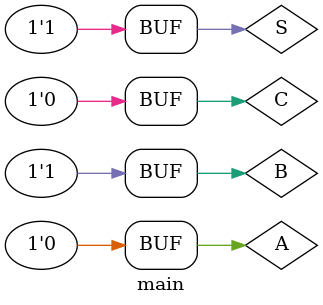
<source format=v>
module main; 
  reg A,B;
  wire S,C;
  xor xor1(S,A,B);
  and and1(C,A,B);

  initial
    begin
      A=0;
      B=1;
      #5; // Wait 5 time units. 
      $display("Sum = ", S); 
      $display("Carry = ", C);
    end
endmodule

</source>
